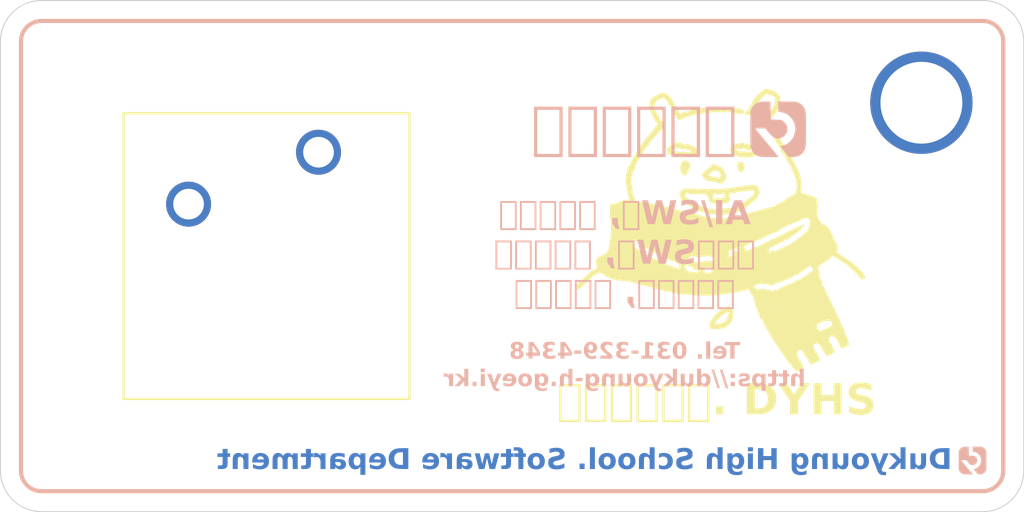
<source format=kicad_pcb>
(kicad_pcb (version 20240108) (generator "pcbnew") (generator_version "8.0")
  (layers (0 "F.Cu" signal) (31 "B.Cu" signal) (34 "B.Paste" user) (35 "F.Paste" user) (36 "B.SilkS" user "B.Silkscreen") (37 "F.SilkS" user "F.Silkscreen") (38 "B.Mask" user) (39 "F.Mask" user) (44 "Edge.Cuts" user))
  (net 0 "")
  (footprint "LOGO" (layer "F.Cu") (at 167.5 105)
    (property "Reference" "G***" (at 0 0 0) (layer "F.SilkS") (effects (font (size 1.5 1.5) (thickness 0.3))))
    (property "Value" "LOGO" (hide yes))
  )
  (footprint "Button_Switch_Keyboard:SW_Cherry_MX_1.00u_PCB" (layer "F.Cu") (at 147.54 99.42)
    (property "Reference" "SW1" (hide yes))
    (property "Value" "SW_Push" (hide yes))
    (pad "" np_thru_hole circle (at -7.62 5.08) (size 1.7 1.7) (drill 1.7) (layers "*.Cu" "*.Mask"))
    (pad "" np_thru_hole circle (at -2.54 5.08) (size 4 4) (drill 4) (layers "*.Cu" "*.Mask"))
    (pad "" np_thru_hole circle (at 2.54 5.08) (size 1.7 1.7) (drill 1.7) (layers "*.Cu" "*.Mask"))
    (pad "1" thru_hole circle (at 0 0) (size 2.2 2.2) (drill 1.5) (layers "*.Cu" "*.Mask"))
    (pad "2" thru_hole circle (at -6.35 2.54) (size 2.2 2.2) (drill 1.5) (layers "*.Cu" "*.Mask"))
  )
  (footprint "LOGO" (layer "B.Cu") (at 170 98.3 180)
    (property "Reference" "G***" (hide yes))
    (property "Value" "LOGO" (hide yes))
  )
  (footprint "LOGO" (layer "B.Cu") (at 179.5 114.5 180)
    (property "Reference" "G***" (hide yes))
    (property "Value" "LOGO" (hide yes))
  )
  (gr_line (start 181 94) (end 181 115) (stroke (width 0.2)) (layer "B.SilkS"))
  (gr_arc (start 180 93) (mid 180.707107 93.292893) (end 181 94) (stroke (width 0.2)) (layer "B.SilkS"))
  (gr_line (start 180 116) (end 134 116) (stroke (width 0.2)) (layer "B.SilkS"))
  (gr_arc (start 181 115) (mid 180.707107 115.707107) (end 180 116) (stroke (width 0.2)) (layer "B.SilkS"))
  (gr_arc (start 134 116) (mid 133.292892 115.707107) (end 133 115) (stroke (width 0.2)) (layer "B.SilkS"))
  (gr_line (start 133 115) (end 133 94) (stroke (width 0.2)) (layer "B.SilkS"))
  (gr_line (start 134 93) (end 180 93) (stroke (width 0.2)) (layer "B.SilkS"))
  (gr_arc (start 133 94) (mid 133.292893 93.292893) (end 134 93) (stroke (width 0.2)) (layer "B.SilkS"))
  (gr_line (start 180 116) (end 134 116) (stroke (width 0.2)) (layer "F.SilkS"))
  (gr_arc (start 134 116) (mid 133.292893 115.707107) (end 133 115) (stroke (width 0.2)) (layer "F.SilkS"))
  (gr_arc (start 133 94) (mid 133.292893 93.292893) (end 134 93) (stroke (width 0.2)) (layer "F.SilkS"))
  (gr_line (start 181 94) (end 181 115) (stroke (width 0.2)) (layer "F.SilkS"))
  (gr_arc (start 181 115) (mid 180.707107 115.707107) (end 180 116) (stroke (width 0.2)) (layer "F.SilkS"))
  (gr_line (start 133 115) (end 133 94) (stroke (width 0.2)) (layer "F.SilkS"))
  (gr_arc (start 180 93) (mid 180.707107 93.292893) (end 181 94) (stroke (width 0.2)) (layer "F.SilkS"))
  (gr_line (start 134 93) (end 180 93) (stroke (width 0.2)) (layer "F.SilkS"))
  (gr_arc (start 132 94) (mid 132.585786 92.585786) (end 134 92) (stroke (width 0.05)) (layer "Edge.Cuts"))
  (gr_line (start 132 115) (end 132 94) (stroke (width 0.05)) (layer "Edge.Cuts"))
  (gr_arc (start 134 117) (mid 132.585786 116.414214) (end 132 115) (stroke (width 0.05)) (layer "Edge.Cuts"))
  (gr_line (start 134 92) (end 180 92) (stroke (width 0.05)) (layer "Edge.Cuts"))
  (gr_line (start 182 94) (end 182 115) (stroke (width 0.05)) (layer "Edge.Cuts"))
  (gr_arc (start 180 92) (mid 181.414214 92.585786) (end 182 94) (stroke (width 0.05)) (layer "Edge.Cuts"))
  (gr_line (start 180 117) (end 134 117) (stroke (width 0.05)) (layer "Edge.Cuts"))
  (gr_arc (start 182 115) (mid 181.414214 116.414214) (end 180 117) (stroke (width 0.05)) (layer "Edge.Cuts"))
  (gr_text "소프트웨어부" (at 162.5 112.5 0) (layer "B.Cu") (effects (font (size 1.5 1.5) (thickness 0.3) (bold yes)) (justify left bottom)))
  (gr_text "소프트웨어부" (at 166.5 112.5 0) (layer "B.Cu") (effects (font (size 1.5 1.5) (thickness 0.3) (bold yes)) (justify left bottom mirror)))
  (gr_text "Dukyoung High School. Software Department" (at 178.5 114.5 0) (layer "B.Cu") (effects (font (size 1 1) (thickness 0.2) (bold yes)) (justify left mirror)))
  (gr_text "덕영고등학교" (at 168 99.5 0) (layer "B.SilkS") (effects (font (size 2 2) (thickness 0.3) (bold yes)) (justify left bottom mirror)))
  (gr_text "AI/SW과, 정보보안과\n그래픽SW과, 경영회계과\n빅데이터과, 보건간호과" (at 162.5 107 0) (layer "B.SilkS") (effects (font (size 1.15 1.15) (thickness 0.25) (bold yes)) (justify bottom mirror)))
  (gr_text "Tel. 031-329-4348\nhttps://dukyoung-h.goeyi.kr" (at 162.5 111 0) (layer "B.SilkS") (effects (font (size 0.8 0.8) (thickness 0.125) (bold yes)) (justify bottom mirror)))
  (gr_text "덕영고등학교. DYHS" (at 167 112.5 0) (layer "F.SilkS") (effects (font (size 1.5 1.5) (thickness 0.3) (bold yes)) (justify bottom)))
  (via (at 177 97) (size 5) (drill 4) (layers "F.Cu" "B.Cu") (net 0))
)
</source>
